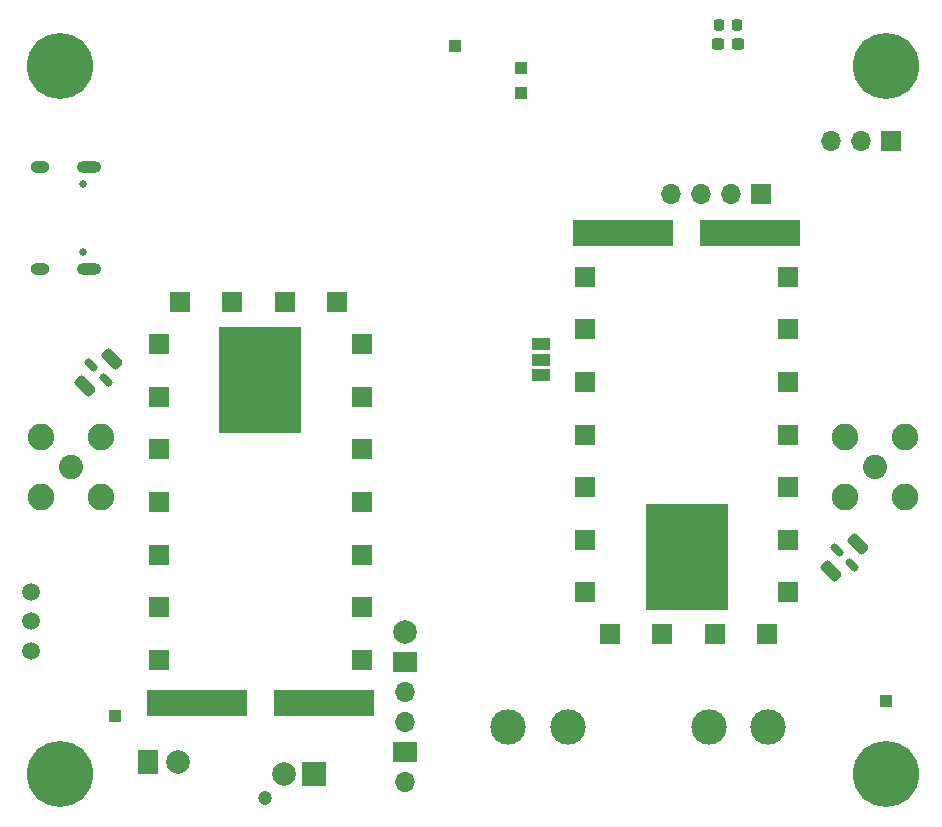
<source format=gbr>
%TF.GenerationSoftware,KiCad,Pcbnew,(6.0.9)*%
%TF.CreationDate,2023-04-05T21:44:48+03:00*%
%TF.ProjectId,cross_band_handy_walkie_talkie_ES8388,63726f73-735f-4626-916e-645f68616e64,rev?*%
%TF.SameCoordinates,Original*%
%TF.FileFunction,Soldermask,Bot*%
%TF.FilePolarity,Negative*%
%FSLAX46Y46*%
G04 Gerber Fmt 4.6, Leading zero omitted, Abs format (unit mm)*
G04 Created by KiCad (PCBNEW (6.0.9)) date 2023-04-05 21:44:48*
%MOMM*%
%LPD*%
G01*
G04 APERTURE LIST*
G04 Aperture macros list*
%AMRoundRect*
0 Rectangle with rounded corners*
0 $1 Rounding radius*
0 $2 $3 $4 $5 $6 $7 $8 $9 X,Y pos of 4 corners*
0 Add a 4 corners polygon primitive as box body*
4,1,4,$2,$3,$4,$5,$6,$7,$8,$9,$2,$3,0*
0 Add four circle primitives for the rounded corners*
1,1,$1+$1,$2,$3*
1,1,$1+$1,$4,$5*
1,1,$1+$1,$6,$7*
1,1,$1+$1,$8,$9*
0 Add four rect primitives between the rounded corners*
20,1,$1+$1,$2,$3,$4,$5,0*
20,1,$1+$1,$4,$5,$6,$7,0*
20,1,$1+$1,$6,$7,$8,$9,0*
20,1,$1+$1,$8,$9,$2,$3,0*%
G04 Aperture macros list end*
%ADD10C,0.650000*%
%ADD11O,1.600000X1.000000*%
%ADD12O,2.100000X1.000000*%
%ADD13C,2.000000*%
%ADD14R,2.000000X1.700000*%
%ADD15O,1.700000X1.700000*%
%ADD16C,3.000000*%
%ADD17C,5.600000*%
%ADD18C,3.600000*%
%ADD19R,1.700000X1.700000*%
%ADD20C,1.500000*%
%ADD21C,1.200000*%
%ADD22R,2.000000X2.000000*%
%ADD23C,2.050000*%
%ADD24C,2.250000*%
%ADD25R,1.700000X2.000000*%
%ADD26R,1.800000X1.800000*%
%ADD27R,8.500000X2.200000*%
%ADD28R,7.000000X9.000000*%
%ADD29RoundRect,0.225000X-0.225000X-0.250000X0.225000X-0.250000X0.225000X0.250000X-0.225000X0.250000X0*%
%ADD30RoundRect,0.249600X-0.268701X0.651104X-0.651104X0.268701X0.268701X-0.651104X0.651104X-0.268701X0*%
%ADD31RoundRect,0.152500X-0.224506X0.440174X-0.440174X0.224506X0.224506X-0.440174X0.440174X-0.224506X0*%
%ADD32C,0.610000*%
%ADD33R,1.000000X1.000000*%
%ADD34RoundRect,0.237500X0.300000X0.237500X-0.300000X0.237500X-0.300000X-0.237500X0.300000X-0.237500X0*%
%ADD35R,1.500000X1.000000*%
%ADD36RoundRect,0.249600X0.268701X-0.651104X0.651104X-0.268701X-0.268701X0.651104X-0.651104X0.268701X0*%
%ADD37RoundRect,0.152500X0.224506X-0.440174X0.440174X-0.224506X-0.224506X0.440174X-0.440174X0.224506X0*%
G04 APERTURE END LIST*
D10*
%TO.C,J1*%
X56960000Y-70820000D03*
X56960000Y-65040000D03*
D11*
X53310000Y-63610000D03*
X53310000Y-72250000D03*
D12*
X57490000Y-63610000D03*
X57490000Y-72250000D03*
%TD*%
D13*
%TO.C,J4*%
X84250000Y-103000000D03*
D14*
X84250000Y-105540000D03*
D15*
X84250000Y-108080000D03*
X84250000Y-110620000D03*
D14*
X84250000Y-113160000D03*
D15*
X84250000Y-115700000D03*
%TD*%
D16*
%TO.C,J5*%
X110000000Y-111000000D03*
X115000000Y-111000000D03*
%TD*%
D17*
%TO.C,H3*%
X125000000Y-115000000D03*
D18*
X125000000Y-115000000D03*
%TD*%
D17*
%TO.C,H4*%
X55000000Y-115000000D03*
D18*
X55000000Y-115000000D03*
%TD*%
D19*
%TO.C,J9*%
X114420000Y-65910000D03*
D15*
X111880000Y-65910000D03*
X109340000Y-65910000D03*
X106800000Y-65910000D03*
%TD*%
D20*
%TO.C,SW3*%
X52600000Y-99550000D03*
X52600000Y-102050000D03*
X52600000Y-104550000D03*
%TD*%
D21*
%TO.C,BT2*%
X72400000Y-117000000D03*
D13*
X74000000Y-115000000D03*
D22*
X76500000Y-115000000D03*
%TD*%
D18*
%TO.C,H2*%
X125000000Y-55000000D03*
D17*
X125000000Y-55000000D03*
%TD*%
D19*
%TO.C,J10*%
X125375000Y-61350000D03*
D15*
X122835000Y-61350000D03*
X120295000Y-61350000D03*
%TD*%
D23*
%TO.C,J7*%
X124000000Y-89000000D03*
D24*
X121460000Y-86460000D03*
X126540000Y-86460000D03*
X121460000Y-91540000D03*
X126540000Y-91540000D03*
%TD*%
D23*
%TO.C,J8*%
X56000000Y-89000000D03*
D24*
X58540000Y-91540000D03*
X53460000Y-91540000D03*
X58540000Y-86460000D03*
X53460000Y-86460000D03*
%TD*%
D16*
%TO.C,J3*%
X93000000Y-111000000D03*
X98000000Y-111000000D03*
%TD*%
D13*
%TO.C,BT1*%
X65000000Y-114000000D03*
D25*
X62460000Y-114000000D03*
%TD*%
D17*
%TO.C,H1*%
X55000000Y-55000000D03*
D18*
X55000000Y-55000000D03*
%TD*%
D26*
%TO.C,U7*%
X99480000Y-72890000D03*
X99480000Y-77340000D03*
X99480000Y-81790000D03*
X99480000Y-86240000D03*
X99480000Y-90690000D03*
X99480000Y-95140000D03*
X99480000Y-99590000D03*
X101570000Y-103140000D03*
X106020000Y-103140000D03*
D27*
X113480000Y-69190000D03*
D28*
X108080000Y-96590000D03*
D26*
X110470000Y-103140000D03*
D27*
X102680000Y-69190000D03*
D26*
X114920000Y-103140000D03*
X116680000Y-99590000D03*
X116680000Y-95140000D03*
X116680000Y-90690000D03*
X116680000Y-86240000D03*
X116680000Y-81790000D03*
X116680000Y-77340000D03*
X116680000Y-72890000D03*
%TD*%
D29*
%TO.C,C14*%
X110820000Y-51535000D03*
X112370000Y-51535000D03*
%TD*%
D30*
%TO.C,FL2*%
X59453207Y-79825109D03*
D31*
X58960000Y-81630000D03*
D32*
X59085511Y-81755511D03*
D30*
X57155109Y-82123207D03*
D31*
X57648316Y-80318316D03*
D32*
X57522805Y-80192805D03*
%TD*%
D33*
%TO.C,TP9*%
X59725000Y-110050000D03*
%TD*%
D34*
%TO.C,C8*%
X112457500Y-53135000D03*
X110732500Y-53135000D03*
%TD*%
D33*
%TO.C,TP11*%
X124950000Y-108800000D03*
%TD*%
%TO.C,TP12*%
X94100000Y-55200000D03*
%TD*%
D35*
%TO.C,JP2*%
X95717500Y-78590000D03*
X95717500Y-79890000D03*
X95717500Y-81190000D03*
%TD*%
D26*
%TO.C,U8*%
X80600000Y-105300000D03*
X80600000Y-100850000D03*
X80600000Y-96400000D03*
X80600000Y-91950000D03*
X80600000Y-87500000D03*
X80600000Y-83050000D03*
X80600000Y-78600000D03*
X78510000Y-75050000D03*
X74060000Y-75050000D03*
D27*
X77400000Y-109000000D03*
D28*
X72000000Y-81600000D03*
D26*
X69610000Y-75050000D03*
D27*
X66600000Y-109000000D03*
D26*
X65160000Y-75050000D03*
X63400000Y-78600000D03*
X63400000Y-83050000D03*
X63400000Y-87500000D03*
X63400000Y-91950000D03*
X63400000Y-96400000D03*
X63400000Y-100850000D03*
X63400000Y-105300000D03*
%TD*%
D36*
%TO.C,FL1*%
X120300951Y-97799049D03*
D32*
X120668647Y-95868647D03*
D37*
X120794158Y-95994158D03*
D36*
X122599049Y-95500951D03*
D32*
X122231353Y-97431353D03*
D37*
X122105842Y-97305842D03*
%TD*%
D33*
%TO.C,TP10*%
X88450000Y-53350000D03*
%TD*%
%TO.C,TP13*%
X94100000Y-57300000D03*
%TD*%
M02*

</source>
